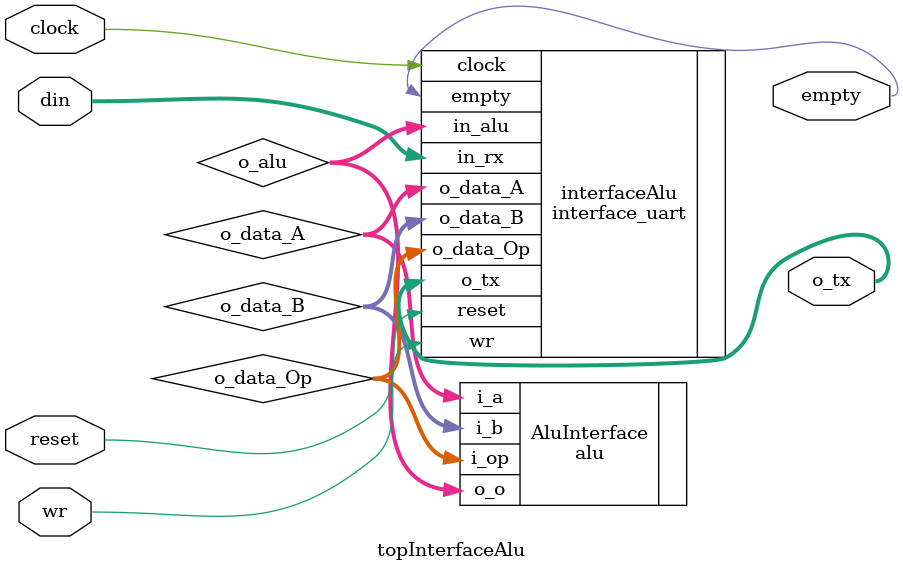
<source format=v>
`timescale 1ns / 1ps

module topInterfaceAlu
#(
    parameter   NB_DATA         = 8    // cantidad de datos a recibircarse al centro del bit de dato // agrege
)
(
    input   [7:0]   din,
    input           wr,
    input           clock,
    input           reset,
    output  [7:0]   o_tx,
    output          empty    
    );
    
    wire  [NB_DATA-1 : 0] o_data_A;
    wire  [NB_DATA-1 : 0] o_data_B;
    wire  [NB_DATA-1 : 0] o_data_Op;
    wire  [NB_DATA-1 : 0] o_alu;
    
    interface_uart interfaceAlu (
        .in_rx(din),            .wr(wr),
        .clock(clock),          .reset(reset),
        .o_tx(o_tx),            .empty(empty),              
        .o_data_A(o_data_A),    .o_data_B(o_data_B),
        .o_data_Op(o_data_Op),  .in_alu(o_alu)
        );
    
    alu AluInterface (
        .i_a(o_data_A),    .i_b(o_data_B), 
        .i_op(o_data_Op),  .o_o(o_alu)
        );
    
endmodule


</source>
